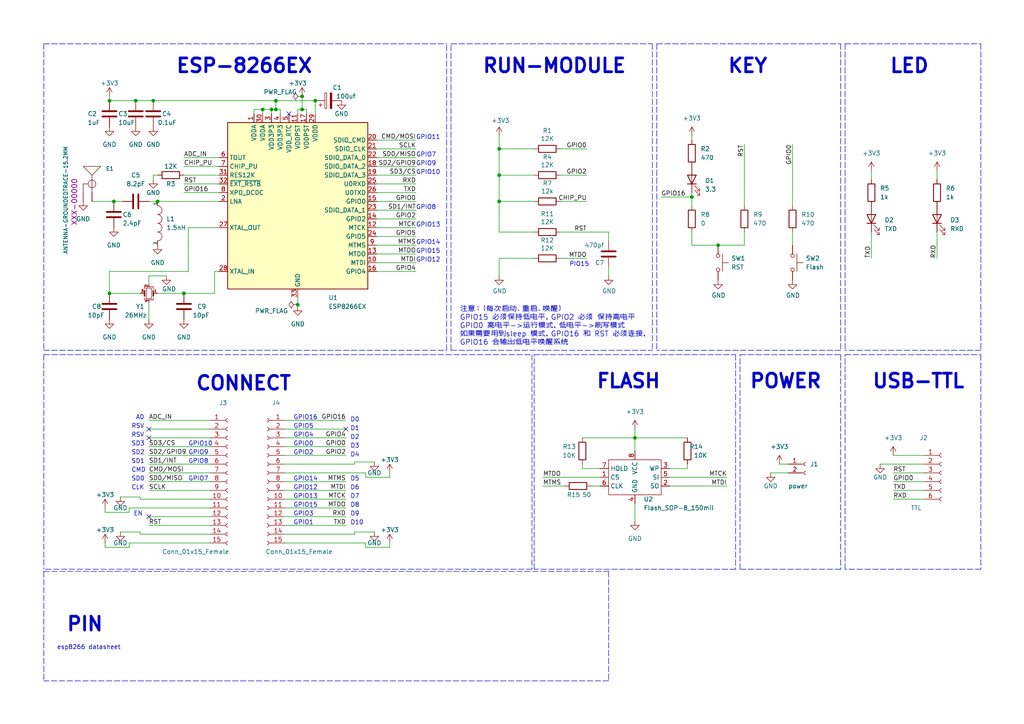
<source format=kicad_sch>
(kicad_sch (version 20211123) (generator eeschema)
  (paper "A4")
  (lib_symbols
    (symbol "Connector:Conn_01x02_Female" (pin_names (offset 1.016) hide)
      (property "Reference" "J" (at 0 2.54 0))
      (property "Value" "Conn_01x02_Female" (at 0 -5.08 0))
      (symbol "Conn_01x02_Female_1_1"
        (pin passive line (at -5.08 0 0) (length 3.81) (name "Pin_1") (number "1"))
        (pin passive line (at -5.08 -2.54 0) (length 3.81) (name "Pin_2") (number "2"))
      )
    )
    (symbol "Connector:Conn_01x06_Female" (pin_names (offset 1.016) hide)
      (property "Reference" "J" (at 0 7.62 0))
      (property "Value" "Conn_01x06_Female" (at 0 -10.16 0))
      (symbol "Conn_01x06_Female_1_1"
        (pin passive line (at -5.08 5.08 0) (length 3.81) (name "Pin_1") (number "1"))
        (pin passive line (at -5.08 2.54 0) (length 3.81) (name "Pin_2") (number "2"))
        (pin passive line (at -5.08 0 0) (length 3.81) (name "Pin_3") (number "3"))
        (pin passive line (at -5.08 -2.54 0) (length 3.81) (name "Pin_4") (number "4"))
        (pin passive line (at -5.08 -5.08 0) (length 3.81) (name "Pin_5") (number "5"))
        (pin passive line (at -5.08 -7.62 0) (length 3.81) (name "Pin_6") (number "6"))
      )
    )
    (symbol "Connector:Conn_01x15_Female" (pin_names (offset 1.016) hide)
      (property "Reference" "J" (at 0 20.32 0))
      (property "Value" "Conn_01x15_Female" (at 0 -20.32 0))
      (symbol "Conn_01x15_Female_1_1"
        (pin passive line (at -5.08 17.78 0) (length 3.81) (name "Pin_1") (number "1"))
        (pin passive line (at -5.08 -5.08 0) (length 3.81) (name "Pin_10") (number "10"))
        (pin passive line (at -5.08 -7.62 0) (length 3.81) (name "Pin_11") (number "11"))
        (pin passive line (at -5.08 -10.16 0) (length 3.81) (name "Pin_12") (number "12"))
        (pin passive line (at -5.08 -12.7 0) (length 3.81) (name "Pin_13") (number "13"))
        (pin passive line (at -5.08 -15.24 0) (length 3.81) (name "Pin_14") (number "14"))
        (pin passive line (at -5.08 -17.78 0) (length 3.81) (name "Pin_15") (number "15"))
        (pin passive line (at -5.08 15.24 0) (length 3.81) (name "Pin_2") (number "2"))
        (pin passive line (at -5.08 12.7 0) (length 3.81) (name "Pin_3") (number "3"))
        (pin passive line (at -5.08 10.16 0) (length 3.81) (name "Pin_4") (number "4"))
        (pin passive line (at -5.08 7.62 0) (length 3.81) (name "Pin_5") (number "5"))
        (pin passive line (at -5.08 5.08 0) (length 3.81) (name "Pin_6") (number "6"))
        (pin passive line (at -5.08 2.54 0) (length 3.81) (name "Pin_7") (number "7"))
        (pin passive line (at -5.08 0 0) (length 3.81) (name "Pin_8") (number "8"))
        (pin passive line (at -5.08 -2.54 0) (length 3.81) (name "Pin_9") (number "9"))
      )
    )
    (symbol "Device:C" (pin_numbers hide) (pin_names (offset 0.254))
      (property "Reference" "C" (at 0.635 2.54 0))
      (property "Value" "C" (at 0.635 -2.54 0))
      (symbol "C_1_1"
        (pin passive line (at 0 3.81 270) (length 2.794) (name "~") (number "1"))
        (pin passive line (at 0 -3.81 90) (length 2.794) (name "~") (number "2"))
      )
    )
    (symbol "Device:C_Polarized" (pin_numbers hide) (pin_names (offset 0.254))
      (property "Reference" "C" (at 0.635 2.54 0))
      (property "Value" "C_Polarized" (at 0.635 -2.54 0))
      (symbol "C_Polarized_1_1"
        (pin passive line (at 0 3.81 270) (length 2.794) (name "~") (number "1"))
        (pin passive line (at 0 -3.81 90) (length 2.794) (name "~") (number "2"))
      )
    )
    (symbol "Device:Crystal_GND24_Small" (pin_names (offset 1.016) hide)
      (property "Reference" "Y" (at 1.27 4.445 0))
      (property "Value" "Crystal_GND24_Small" (at 1.27 2.54 0))
      (symbol "Crystal_GND24_Small_1_1"
        (pin passive line (at -2.54 0 0) (length 1.27) (name "1") (number "1"))
        (pin passive line (at 0 -2.54 90) (length 0.635) (name "2") (number "2"))
        (pin passive line (at 2.54 0 180) (length 1.27) (name "3") (number "3"))
        (pin passive line (at 0 2.54 270) (length 0.635) (name "4") (number "4"))
      )
    )
    (symbol "Device:LED" (pin_numbers hide) (pin_names (offset 1.016) hide)
      (property "Reference" "D" (at 0 2.54 0))
      (property "Value" "LED" (at 0 -2.54 0))
      (symbol "LED_1_1"
        (pin passive line (at -3.81 0 0) (length 2.54) (name "K") (number "1"))
        (pin passive line (at 3.81 0 180) (length 2.54) (name "A") (number "2"))
      )
    )
    (symbol "Device:R" (pin_numbers hide) (pin_names (offset 0))
      (property "Reference" "R" (at 2.032 0 90))
      (property "Value" "R" (at 0 0 90))
      (symbol "R_1_1"
        (pin passive line (at 0 3.81 270) (length 1.27) (name "~") (number "1"))
        (pin passive line (at 0 -3.81 90) (length 1.27) (name "~") (number "2"))
      )
    )
    (symbol "MCU_Espressif:ESP8266EX"
      (property "Reference" "U" (at 0 2.54 0))
      (property "Value" "ESP8266EX" (at 0 -2.54 0))
      (symbol "ESP8266EX_1_1"
        (pin power_in line (at -12.7 25.4 270) (length 2.54) (name "VDDA") (number "1"))
        (pin bidirectional line (at 22.86 -17.78 180) (length 2.54) (name "MTDI") (number "10"))
        (pin power_in line (at 0 25.4 270) (length 2.54) (name "VDDPST") (number "11"))
        (pin bidirectional line (at 22.86 -7.62 180) (length 2.54) (name "MTCK") (number "12"))
        (pin bidirectional line (at 22.86 -15.24 180) (length 2.54) (name "MTDO") (number "13"))
        (pin bidirectional line (at 22.86 -5.08 180) (length 2.54) (name "GPIO2") (number "14"))
        (pin bidirectional line (at 22.86 0 180) (length 2.54) (name "GPIO0") (number "15"))
        (pin bidirectional line (at 22.86 -20.32 180) (length 2.54) (name "GPIO4") (number "16"))
        (pin power_in line (at 2.54 25.4 270) (length 2.54) (name "VDDPST") (number "17"))
        (pin bidirectional line (at 22.86 10.16 180) (length 2.54) (name "SDIO_DATA_2") (number "18"))
        (pin bidirectional line (at 22.86 7.62 180) (length 2.54) (name "SDIO_DATA_3") (number "19"))
        (pin bidirectional line (at -22.86 0 0) (length 2.54) (name "LNA") (number "2"))
        (pin bidirectional line (at 22.86 17.78 180) (length 2.54) (name "SDIO_CMD") (number "20"))
        (pin bidirectional line (at 22.86 15.24 180) (length 2.54) (name "SDIO_CLK") (number "21"))
        (pin bidirectional line (at 22.86 12.7 180) (length 2.54) (name "SDIO_DATA_0") (number "22"))
        (pin bidirectional line (at 22.86 -2.54 180) (length 2.54) (name "SDIO_DATA_1") (number "23"))
        (pin bidirectional line (at 22.86 -10.16 180) (length 2.54) (name "GPIO5") (number "24"))
        (pin bidirectional line (at 22.86 5.08 180) (length 2.54) (name "U0RXD") (number "25"))
        (pin bidirectional line (at 22.86 2.54 180) (length 2.54) (name "U0TXD") (number "26"))
        (pin bidirectional line (at -22.86 -7.62 0) (length 2.54) (name "XTAL_OUT") (number "27"))
        (pin bidirectional line (at -22.86 -20.32 0) (length 2.54) (name "XTAL_IN") (number "28"))
        (pin power_in line (at 5.08 25.4 270) (length 2.54) (name "VDDD") (number "29"))
        (pin power_in line (at -7.62 25.4 270) (length 2.54) (name "VDD3P3") (number "3"))
        (pin power_in line (at -10.16 25.4 270) (length 2.54) (name "VDDA") (number "30"))
        (pin input line (at -22.86 7.62 0) (length 2.54) (name "RES12K") (number "31"))
        (pin input line (at -22.86 5.08 0) (length 2.54) (name "~{EXT_RSTB}") (number "32"))
        (pin power_in line (at 0 -27.94 90) (length 2.54) (name "GND") (number "33"))
        (pin power_in line (at -5.08 25.4 270) (length 2.54) (name "VDD3P3") (number "4"))
        (pin power_in line (at -2.54 25.4 270) (length 2.54) (name "VDD_RTC") (number "5"))
        (pin input line (at -22.86 12.7 0) (length 2.54) (name "TOUT") (number "6"))
        (pin input line (at -22.86 10.16 0) (length 2.54) (name "CHIP_PU") (number "7"))
        (pin bidirectional line (at -22.86 2.54 0) (length 2.54) (name "XPD_DCDC") (number "8"))
        (pin bidirectional line (at 22.86 -12.7 180) (length 2.54) (name "MTMS") (number "9"))
      )
    )
    (symbol "My-lib:Flash_SOP-8_150mil"
      (property "Reference" "U" (at 0 -12.7 0))
      (property "Value" "Flash_SOP-8_150mil" (at 0 -15.24 0))
      (symbol "Flash_SOP-8_150mil_1_1"
        (pin bidirectional line (at -10.16 0 0) (length 2.54) (name "CS") (number "1"))
        (pin bidirectional line (at 10.16 -2.54 180) (length 2.54) (name "SO") (number "2"))
        (pin bidirectional line (at 10.16 2.54 180) (length 2.54) (name "WP") (number "3"))
        (pin bidirectional line (at 0 -7.62 90) (length 2.54) (name "GND") (number "4"))
        (pin bidirectional line (at 10.16 0 180) (length 2.54) (name "SI") (number "5"))
        (pin bidirectional line (at -10.16 -2.54 0) (length 2.54) (name "CLK") (number "6"))
        (pin bidirectional line (at -10.16 2.54 0) (length 2.54) (name "HOLD") (number "7"))
        (pin bidirectional line (at 0 7.62 270) (length 2.54) (name "VCC") (number "8"))
      )
    )
    (symbol "SparkFun-RF:ANTENNA-GROUNDEDTRACE-15.2MM" (pin_numbers hide) (pin_names (offset 1.016) hide)
      (property "Reference" "E" (at 3.81 -1.27 0))
      (property "Value" "ANTENNA-GROUNDEDTRACE-15.2MM" (at 3.81 -10.16 0))
      (property "Field4" "XXX-00000" (at 0 2.54 0))
      (symbol "ANTENNA-GROUNDEDTRACE-15.2MM_1_1"
        (pin bidirectional line (at 0 -10.16 90) (length 2.54) (name "SIGNAL") (number "ANT"))
        (pin bidirectional line (at 2.54 -10.16 90) (length 2.54) (name "GND") (number "GND"))
      )
    )
    (symbol "Switch:SW_Push" (pin_numbers hide) (pin_names (offset 1.016) hide)
      (property "Reference" "SW" (at 1.27 2.54 0))
      (property "Value" "SW_Push" (at 0 -1.524 0))
      (symbol "SW_Push_0_1"
        (pin passive line (at -5.08 0 0) (length 2.54) (name "1") (number "1"))
        (pin passive line (at 5.08 0 180) (length 2.54) (name "2") (number "2"))
      )
    )
    (symbol "power:+3.3V" (power) (pin_names (offset 0))
      (property "Value" "+3.3V" (at 0 3.556 0))
      (symbol "+3.3V_1_1"
        (pin power_in line (at 0 0 90) (length 0) hide (name "+3V3") (number "1"))
      )
    )
    (symbol "power:+3V3" (power) (pin_names (offset 0))
      (property "Value" "+3V3" (at 0 3.556 0))
      (symbol "+3V3_1_1"
        (pin power_in line (at 0 0 90) (length 0) hide (name "+3V3") (number "1"))
      )
    )
    (symbol "power:GND" (power) (pin_names (offset 0))
      (property "Value" "GND" (at 0 -3.81 0))
      (symbol "GND_1_1"
        (pin power_in line (at 0 0 270) (length 0) hide (name "GND") (number "1"))
      )
    )
    (symbol "power:PWR_FLAG" (power) (pin_numbers hide) (pin_names (offset 0) hide)
      (property "Value" "PWR_FLAG" (at 0 3.81 0))
      (symbol "PWR_FLAG_0_0"
        (pin power_out line (at 0 0 90) (length 0) (name "pwr") (number "1"))
      )
    )
    (symbol "pspice:INDUCTOR" (pin_numbers hide) (pin_names (offset 0))
      (property "Reference" "L" (at 0 2.54 0))
      (property "Value" "INDUCTOR" (at 0 -1.27 0))
      (symbol "INDUCTOR_1_1"
        (pin input line (at -6.35 0 0) (length 1.27) (name "1") (number "1"))
        (pin input line (at 6.35 0 180) (length 1.27) (name "2") (number "2"))
      )
    )
  )
  (junction (at 31.75 85.09))
  (junction (at 87.63 31.75))
  (junction (at 91.44 29.21))
  (junction (at 53.34 85.09))
  (junction (at 80.01 29.21))
  (junction (at 87.63 27.94))
  (junction (at 200.66 57.15))
  (junction (at 44.45 29.21))
  (junction (at 39.37 29.21))
  (junction (at 144.78 58.42))
  (junction (at 80.01 31.75))
  (junction (at 184.15 127))
  (junction (at 78.74 31.75))
  (junction (at 86.36 88.3792))
  (junction (at 76.2 31.75))
  (junction (at 45.72 58.42))
  (junction (at 144.78 50.8))
  (junction (at 144.78 43.18))
  (junction (at 31.75 29.21))
  (junction (at 208.28 71.12))
  (junction (at 33.02 58.42))
  (no_connect (at 43.18 127))
  (no_connect (at 43.18 124.46))
  (no_connect (at 100.33 124.46))
  (no_connect (at 43.18 149.86))
  (no_connect (at 83.82 33.02))
  (wire (pts (xy 215.9 41.91) (xy 215.9 59.69)))
  (wire (pts (xy 91.44 29.21) (xy 80.01 29.21)))
  (wire (pts (xy 76.2 31.75) (xy 76.2 33.02)))
  (wire (pts (xy 168.91 134.62) (xy 168.91 135.89)))
  (wire (pts (xy 37.465 157.48) (xy 37.465 158.75)))
  (wire (pts (xy 144.78 67.31) (xy 154.94 67.31)))
  (wire (pts (xy 82.55 124.46) (xy 100.33 124.46)))
  (wire (pts (xy 271.78 67.31) (xy 271.78 74.93)))
  (polyline (pts (xy 284.48 165.1) (xy 245.11 165.1)))
  (wire (pts (xy 43.18 127) (xy 60.96 127)))
  (wire (pts (xy 184.15 127) (xy 184.15 130.81)))
  (wire (pts (xy 200.66 57.15) (xy 200.66 59.69)))
  (wire (pts (xy 259.08 139.7) (xy 267.97 139.7)))
  (wire (pts (xy 259.08 142.24) (xy 267.97 142.24)))
  (wire (pts (xy 109.22 43.18) (xy 120.65 43.18)))
  (wire (pts (xy 162.56 74.93) (xy 170.18 74.93)))
  (polyline (pts (xy 130.81 12.7) (xy 189.23 12.7)))
  (wire (pts (xy 109.22 50.8) (xy 120.65 50.8)))
  (wire (pts (xy 162.56 67.31) (xy 176.53 67.31)))
  (wire (pts (xy 37.465 147.32) (xy 37.465 148.59)))
  (wire (pts (xy 102.87 134.62) (xy 102.87 133.985)))
  (polyline (pts (xy 129.54 101.6) (xy 129.54 12.7)))
  (wire (pts (xy 82.55 144.78) (xy 100.33 144.78)))
  (wire (pts (xy 229.87 71.12) (xy 229.87 67.31)))
  (wire (pts (xy 109.22 58.42) (xy 120.65 58.42)))
  (wire (pts (xy 30.48 147.32) (xy 30.48 148.59)))
  (wire (pts (xy 144.78 50.8) (xy 144.78 58.42)))
  (wire (pts (xy 82.55 121.92) (xy 100.33 121.92)))
  (polyline (pts (xy 214.63 102.87) (xy 243.84 102.87)))
  (wire (pts (xy 54.61 66.04) (xy 63.5 66.04)))
  (polyline (pts (xy 284.48 12.7) (xy 284.48 101.6)))
  (polyline (pts (xy 243.84 165.1) (xy 214.63 165.1)))
  (polyline (pts (xy 189.23 12.7) (xy 189.23 101.6)))
  (wire (pts (xy 109.22 40.64) (xy 120.65 40.64)))
  (wire (pts (xy 37.465 158.75) (xy 30.48 158.75)))
  (wire (pts (xy 109.22 68.58) (xy 120.65 68.58)))
  (polyline (pts (xy 213.36 102.87) (xy 213.36 165.1)))
  (wire (pts (xy 78.74 33.02) (xy 78.74 31.75)))
  (wire (pts (xy 200.66 71.12) (xy 208.28 71.12)))
  (wire (pts (xy 40.64 154.94) (xy 40.64 154.305)))
  (wire (pts (xy 54.61 78.74) (xy 54.61 66.04)))
  (wire (pts (xy 259.08 132.08) (xy 267.97 132.08)))
  (wire (pts (xy 80.01 29.21) (xy 80.01 31.75)))
  (wire (pts (xy 184.15 127) (xy 199.39 127)))
  (wire (pts (xy 184.15 124.46) (xy 184.15 127)))
  (wire (pts (xy 102.87 154.94) (xy 82.55 154.94)))
  (wire (pts (xy 199.39 135.89) (xy 199.39 134.62)))
  (wire (pts (xy 48.26 80.01) (xy 43.18 80.01)))
  (wire (pts (xy 37.465 148.59) (xy 30.48 148.59)))
  (wire (pts (xy 40.64 154.94) (xy 60.96 154.94)))
  (wire (pts (xy 39.37 29.21) (xy 44.45 29.21)))
  (wire (pts (xy 171.45 140.97) (xy 173.99 140.97)))
  (wire (pts (xy 63.5 78.74) (xy 62.23 78.74)))
  (wire (pts (xy 259.08 144.78) (xy 267.97 144.78)))
  (wire (pts (xy 106.045 157.48) (xy 106.045 158.75)))
  (wire (pts (xy 60.96 157.48) (xy 37.465 157.48)))
  (polyline (pts (xy 130.81 101.6) (xy 130.81 12.7)))
  (polyline (pts (xy 284.48 102.87) (xy 284.48 165.1)))
  (wire (pts (xy 43.18 149.86) (xy 60.96 149.86)))
  (polyline (pts (xy 12.7 165.735) (xy 176.53 165.735)))
  (wire (pts (xy 53.34 85.09) (xy 62.23 85.09)))
  (wire (pts (xy 43.18 132.08) (xy 60.96 132.08)))
  (wire (pts (xy 82.55 152.4) (xy 100.33 152.4)))
  (wire (pts (xy 53.34 55.88) (xy 63.5 55.88)))
  (wire (pts (xy 229.87 41.91) (xy 229.87 59.69)))
  (wire (pts (xy 82.55 157.48) (xy 106.045 157.48)))
  (wire (pts (xy 87.63 31.75) (xy 88.9 31.75)))
  (wire (pts (xy 40.64 144.78) (xy 60.96 144.78)))
  (wire (pts (xy 200.66 39.37) (xy 200.66 40.64)))
  (wire (pts (xy 43.18 80.01) (xy 43.18 82.55)))
  (wire (pts (xy 109.22 48.26) (xy 120.65 48.26)))
  (wire (pts (xy 88.9 31.75) (xy 88.9 33.02)))
  (polyline (pts (xy 176.53 165.735) (xy 176.53 197.485)))
  (wire (pts (xy 91.44 33.02) (xy 91.44 29.21)))
  (wire (pts (xy 43.18 129.54) (xy 60.96 129.54)))
  (wire (pts (xy 31.75 29.21) (xy 39.37 29.21)))
  (wire (pts (xy 86.36 31.75) (xy 87.63 31.75)))
  (wire (pts (xy 62.23 78.74) (xy 62.23 85.09)))
  (wire (pts (xy 73.66 31.75) (xy 76.2 31.75)))
  (wire (pts (xy 157.48 140.97) (xy 163.83 140.97)))
  (polyline (pts (xy 190.5 12.7) (xy 190.5 101.6)))
  (polyline (pts (xy 245.11 102.87) (xy 284.48 102.87)))
  (wire (pts (xy 144.78 43.18) (xy 154.94 43.18)))
  (wire (pts (xy 200.66 67.31) (xy 200.66 71.12)))
  (wire (pts (xy 102.87 154.305) (xy 108.585 154.305)))
  (wire (pts (xy 194.31 138.43) (xy 210.82 138.43)))
  (polyline (pts (xy 154.305 165.1) (xy 12.7 165.1)))
  (wire (pts (xy 109.22 55.88) (xy 120.65 55.88)))
  (wire (pts (xy 78.74 31.75) (xy 80.01 31.75)))
  (wire (pts (xy 43.18 134.62) (xy 60.96 134.62)))
  (wire (pts (xy 102.87 134.62) (xy 82.55 134.62)))
  (wire (pts (xy 43.18 121.92) (xy 60.96 121.92)))
  (wire (pts (xy 81.28 31.75) (xy 81.28 33.02)))
  (wire (pts (xy 82.55 147.32) (xy 100.33 147.32)))
  (wire (pts (xy 80.01 31.75) (xy 81.28 31.75)))
  (wire (pts (xy 82.55 129.54) (xy 100.33 129.54)))
  (wire (pts (xy 102.87 154.94) (xy 102.87 154.305)))
  (wire (pts (xy 252.73 49.53) (xy 252.73 52.07)))
  (wire (pts (xy 44.45 50.8) (xy 44.45 52.07)))
  (polyline (pts (xy 245.11 12.7) (xy 245.11 101.6)))
  (wire (pts (xy 162.56 58.42) (xy 170.18 58.42)))
  (wire (pts (xy 106.045 137.16) (xy 106.045 138.43)))
  (wire (pts (xy 40.64 154.305) (xy 34.925 154.305)))
  (wire (pts (xy 44.45 29.21) (xy 80.01 29.21)))
  (wire (pts (xy 144.78 74.93) (xy 144.78 80.01)))
  (wire (pts (xy 82.55 132.08) (xy 100.33 132.08)))
  (wire (pts (xy 31.75 78.74) (xy 31.75 85.09)))
  (wire (pts (xy 86.36 33.02) (xy 86.36 31.75)))
  (wire (pts (xy 162.56 43.18) (xy 170.18 43.18)))
  (wire (pts (xy 168.91 135.89) (xy 173.99 135.89)))
  (wire (pts (xy 40.64 144.78) (xy 40.64 144.145)))
  (wire (pts (xy 184.15 151.13) (xy 184.15 146.05)))
  (wire (pts (xy 82.55 149.86) (xy 100.33 149.86)))
  (polyline (pts (xy 190.5 12.7) (xy 243.84 12.7)))
  (wire (pts (xy 82.55 127) (xy 100.33 127)))
  (wire (pts (xy 82.55 142.24) (xy 100.33 142.24)))
  (polyline (pts (xy 130.81 101.6) (xy 189.23 101.6)))
  (polyline (pts (xy 176.53 197.485) (xy 12.7 197.485)))
  (wire (pts (xy 144.78 50.8) (xy 154.94 50.8)))
  (wire (pts (xy 176.53 67.31) (xy 176.53 69.85)))
  (polyline (pts (xy 12.7 165.735) (xy 12.7 197.485)))
  (polyline (pts (xy 12.7 12.7) (xy 12.7 101.6)))
  (wire (pts (xy 106.045 138.43) (xy 113.03 138.43)))
  (wire (pts (xy 86.36 86.36) (xy 86.36 88.3792)))
  (wire (pts (xy 194.31 140.97) (xy 210.82 140.97)))
  (wire (pts (xy 45.72 50.8) (xy 44.45 50.8)))
  (wire (pts (xy 176.53 77.47) (xy 176.53 80.01)))
  (wire (pts (xy 31.75 85.09) (xy 40.64 85.09)))
  (wire (pts (xy 144.78 58.42) (xy 154.94 58.42)))
  (wire (pts (xy 43.18 137.16) (xy 60.96 137.16)))
  (wire (pts (xy 53.34 45.72) (xy 63.5 45.72)))
  (wire (pts (xy 43.18 139.7) (xy 60.96 139.7)))
  (wire (pts (xy 259.08 137.16) (xy 267.97 137.16)))
  (wire (pts (xy 63.5 50.8) (xy 53.34 50.8)))
  (wire (pts (xy 102.87 133.985) (xy 108.585 133.985)))
  (polyline (pts (xy 213.36 165.1) (xy 154.94 165.1)))
  (polyline (pts (xy 214.63 165.1) (xy 214.63 102.87)))
  (wire (pts (xy 109.22 66.04) (xy 120.65 66.04)))
  (wire (pts (xy 86.36 88.3792) (xy 86.36 88.9)))
  (wire (pts (xy 73.66 31.75) (xy 73.66 33.02)))
  (wire (pts (xy 43.18 124.46) (xy 60.96 124.46)))
  (wire (pts (xy 45.72 58.42) (xy 63.5 58.42)))
  (wire (pts (xy 157.48 138.43) (xy 173.99 138.43)))
  (polyline (pts (xy 243.84 101.6) (xy 190.5 101.6)))
  (polyline (pts (xy 245.11 12.7) (xy 284.48 12.7)))
  (wire (pts (xy 30.48 157.48) (xy 30.48 158.75)))
  (wire (pts (xy 144.78 43.18) (xy 144.78 50.8)))
  (wire (pts (xy 53.34 53.34) (xy 63.5 53.34)))
  (wire (pts (xy 40.64 144.145) (xy 34.925 144.145)))
  (polyline (pts (xy 12.7 102.87) (xy 12.7 165.1)))
  (wire (pts (xy 43.18 142.24) (xy 60.96 142.24)))
  (wire (pts (xy 109.22 76.2) (xy 120.65 76.2)))
  (wire (pts (xy 109.22 73.66) (xy 120.65 73.66)))
  (wire (pts (xy 45.72 85.09) (xy 53.34 85.09)))
  (wire (pts (xy 144.78 74.93) (xy 154.94 74.93)))
  (polyline (pts (xy 12.7 101.6) (xy 129.54 101.6)))
  (polyline (pts (xy 243.84 102.87) (xy 243.84 165.1)))
  (wire (pts (xy 109.22 60.96) (xy 120.65 60.96)))
  (wire (pts (xy 215.9 67.31) (xy 215.9 71.12)))
  (wire (pts (xy 109.22 63.5) (xy 120.65 63.5)))
  (wire (pts (xy 162.56 50.8) (xy 170.18 50.8)))
  (wire (pts (xy 200.66 55.88) (xy 200.66 57.15)))
  (wire (pts (xy 194.31 135.89) (xy 199.39 135.89)))
  (wire (pts (xy 252.73 67.31) (xy 252.73 74.93)))
  (wire (pts (xy 223.52 137.16) (xy 228.6 137.16)))
  (wire (pts (xy 113.03 157.48) (xy 113.03 158.75)))
  (wire (pts (xy 109.22 45.72) (xy 120.65 45.72)))
  (polyline (pts (xy 284.48 101.6) (xy 245.11 101.6)))
  (wire (pts (xy 113.03 137.16) (xy 113.03 138.43)))
  (wire (pts (xy 168.91 127) (xy 184.15 127)))
  (wire (pts (xy 226.06 134.62) (xy 228.6 134.62)))
  (wire (pts (xy 43.18 92.71) (xy 43.18 87.63)))
  (wire (pts (xy 87.63 27.94) (xy 87.63 31.75)))
  (wire (pts (xy 76.2 31.75) (xy 78.74 31.75)))
  (wire (pts (xy 43.18 152.4) (xy 60.96 152.4)))
  (wire (pts (xy 26.67 58.42) (xy 33.02 58.42)))
  (polyline (pts (xy 154.305 102.87) (xy 154.305 165.1)))
  (wire (pts (xy 31.75 78.74) (xy 54.61 78.74)))
  (wire (pts (xy 191.77 57.15) (xy 200.66 57.15)))
  (polyline (pts (xy 245.11 165.1) (xy 245.11 102.87)))
  (wire (pts (xy 144.78 58.42) (xy 144.78 67.31)))
  (wire (pts (xy 215.9 71.12) (xy 208.28 71.12)))
  (wire (pts (xy 82.55 137.16) (xy 106.045 137.16)))
  (wire (pts (xy 271.78 49.53) (xy 271.78 52.07)))
  (wire (pts (xy 43.18 58.42) (xy 45.72 58.42)))
  (wire (pts (xy 106.045 158.75) (xy 113.03 158.75)))
  (wire (pts (xy 109.22 53.34) (xy 120.65 53.34)))
  (polyline (pts (xy 243.84 12.7) (xy 243.84 101.6)))
  (polyline (pts (xy 12.7 102.87) (xy 154.305 102.87)))
  (wire (pts (xy 109.22 71.12) (xy 120.65 71.12)))
  (wire (pts (xy 33.02 58.42) (xy 35.56 58.42)))
  (wire (pts (xy 82.55 139.7) (xy 100.33 139.7)))
  (wire (pts (xy 144.78 39.37) (xy 144.78 43.18)))
  (wire (pts (xy 255.27 134.62) (xy 267.97 134.62)))
  (wire (pts (xy 60.96 147.32) (xy 37.465 147.32)))
  (wire (pts (xy 109.22 78.74) (xy 120.65 78.74)))
  (wire (pts (xy 53.34 48.26) (xy 63.5 48.26)))
  (polyline (pts (xy 154.94 102.87) (xy 213.36 102.87)))
  (wire (pts (xy 31.75 27.94) (xy 31.75 29.21)))
  (polyline (pts (xy 154.94 165.1) (xy 154.94 102.87)))
  (polyline (pts (xy 12.7 12.7) (xy 129.54 12.7)))
  (text "GPIO0" (at 85.09 129.54 0) (effects (font (size 1.27 1.27)) (justify left bottom)))
  (text "GPIO13\n" (at 85.09 144.78 0) (effects (font (size 1.27 1.27)) (justify left bottom)))
  (text "GPIO12" (at 120.65 76.2 0) (effects (font (size 1.27 1.27)) (justify left bottom)))
  (text "GPIO11\n" (at 120.65 40.64 0) (effects (font (size 1.27 1.27)) (justify left bottom)))
  (text "USB-TTL" (at 252.73 113.03 0) (effects (font (size 4 4) (thickness 0.8) bold) (justify left bottom)))
  (text "RSV" (at 38.1 127 0) (effects (font (size 1.27 1.27)) (justify left bottom)))
  (text "GPIO7\n" (at 54.61 139.7 0) (effects (font (size 1.27 1.27)) (justify left bottom)))
  (text "CLK" (at 38.1 142.24 0) (effects (font (size 1.27 1.27)) (justify left bottom)))
  (text "管脚    名称             类型         GPIO         功能\n15      GPIO0           I/O          GPIO0        SPI_CS2\n26      U0TXD           I/O          GPIO1        可⽤作烧写 Flash 时 UART Tx；SPI_CS1\n14      GPIO2           I/O          GPIO2        可⽤作烧写 Flash 时 UART1_TX\n25      U0RXD           I/O          GPIO3        可⽤作烧写 Flash 时 UART Rx\n16      GPIO4           I/O          GPIO4\n24      GPIO5           I/O          GPIO5\n21      SDIO_CLK        I/O          GPIO6        连接到 SD_CLK（串联 200Ω）；SPI_CLK\n22      SDIO_DATA_0     I/O          GPIO7        连接到 SD_D0（串联 200Ω）；SPI_MSIO\n23      SDIO_DATA_1     I/O          GPIO8        连接到 SD_D1（串联 200Ω）；SPI_MOSI\n18      SDIO_DATA_2     I/O          GPIO9        连接到 SD_D2（串联 200Ω）；PIHD；HSPIHD\n19      SDIO_DATA_3     I/O          GPIO10       连接到 SD_D3（串联 200Ω）；SPIWP；HSPIWP\n20      SDIO_CMD        I/O          GPIO11       连接到 SD_CMD（串联 200Ω）；SPI_CS0\n10      MTDI            I/O          GPIO12       HSPI_MISO\n12      MTCK            I/O          GPIO13       HSPI_MOSI；UART0_CTS\n9       MTMS            I/O          GPIO14       HSPI_CLK\n13      MTDO            I/O          GPIO15       HSPI_CS；UART0_RTS\n8       XPD_DCDC        I/O          GPIO16       深度睡眠唤醒" (at 310.515 147.955 0) (effects (font (size 1.27 1.27)) (justify left bottom)))
  (text "GPIO10" (at 54.61 129.54 0) (effects (font (size 1.27 1.27)) (justify left bottom)))
  (text "D7\n" (at 101.6 144.78 0) (effects (font (size 1.27 1.27)) (justify left bottom)))
  (text "SD0" (at 38.1 139.7 0) (effects (font (size 1.27 1.27)) (justify left bottom)))
  (text "GPIO3" (at 85.09 149.86 0) (effects (font (size 1.27 1.27)) (justify left bottom)))
  (text "注意：（每次启动、重启、唤醒）\nGPIO15 必须保持低电平，GPIO2 必须 保持高电平\nGPIO0 高电平->运行模式，低电平->刷写模式\n如果需要用到sleep 模式，GPIO16 和 RST 必须连接，\nGPIO16 会输出低电平唤醒系统\n" (at 133.35 100.33 0) (effects (font (size 1.5 1.5)) (justify left bottom)))
  (text "D1" (at 101.6 125.095 0) (effects (font (size 1.27 1.27)) (justify left bottom)))
  (text "RSV" (at 38.1 124.46 0) (effects (font (size 1.27 1.27)) (justify left bottom)))
  (text "GPIO1" (at 85.09 152.4 0) (effects (font (size 1.27 1.27)) (justify left bottom)))
  (text "A0" (at 39.37 121.92 0) (effects (font (size 1.27 1.27)) (justify left bottom)))
  (text "GPIO10" (at 120.65 50.8 0) (effects (font (size 1.27 1.27)) (justify left bottom)))
  (text "GPIO8\n" (at 120.65 60.96 0) (effects (font (size 1.27 1.27)) (justify left bottom)))
  (text "GPIO13\n" (at 120.65 66.04 0) (effects (font (size 1.27 1.27)) (justify left bottom)))
  (text "POWER" (at 217.17 113.03 0) (effects (font (size 4 4) (thickness 0.8) bold) (justify left bottom)))
  (text "D5\n" (at 101.6 139.7 0) (effects (font (size 1.27 1.27)) (justify left bottom)))
  (text "D9" (at 101.6 149.86 0) (effects (font (size 1.27 1.27)) (justify left bottom)))
  (text "FLASH" (at 172.72 113.03 0) (effects (font (size 4 4) (thickness 0.8) bold) (justify left bottom)))
  (text "SD3" (at 38.1 129.54 0) (effects (font (size 1.27 1.27)) (justify left bottom)))
  (text "PIO15" (at 165.1 77.47 0) (effects (font (size 1.27 1.27)) (justify left bottom)))
  (text "GPIO14\n" (at 85.09 139.7 0) (effects (font (size 1.27 1.27)) (justify left bottom)))
  (text "RUN-MODULE" (at 139.7 21.59 0) (effects (font (size 4 4) (thickness 0.8) bold) (justify left bottom)))
  (text "CMD" (at 38.1 137.16 0) (effects (font (size 1.27 1.27)) (justify left bottom)))
  (text "D0\n" (at 101.6 122.555 0) (effects (font (size 1.27 1.27)) (justify left bottom)))
  (text "GPIO2" (at 85.09 132.08 0) (effects (font (size 1.27 1.27)) (justify left bottom)))
  (text "GPIO4" (at 85.09 127 0) (effects (font (size 1.27 1.27)) (justify left bottom)))
  (text "GPIO9\n" (at 120.65 48.26 0) (effects (font (size 1.27 1.27)) (justify left bottom)))
  (text "SD1" (at 38.1 134.62 0) (effects (font (size 1.27 1.27)) (justify left bottom)))
  (text "D4" (at 101.6 132.715 0) (effects (font (size 1.27 1.27)) (justify left bottom)))
  (text "D10\n" (at 101.6 152.4 0) (effects (font (size 1.27 1.27)) (justify left bottom)))
  (text "CONNECT" (at 56.515 113.665 0) (effects (font (size 4 4) (thickness 0.8) bold) (justify left bottom)))
  (text "D2" (at 101.6 127.635 0) (effects (font (size 1.27 1.27)) (justify left bottom)))
  (text "GPIO15" (at 85.09 147.32 0) (effects (font (size 1.27 1.27)) (justify left bottom)))
  (text "GPIO7\n" (at 120.65 45.72 0) (effects (font (size 1.27 1.27)) (justify left bottom)))
  (text "EN" (at 38.735 149.86 0) (effects (font (size 1.27 1.27)) (justify left bottom)))
  (text "ESP-8266EX" (at 50.8 21.59 0) (effects (font (size 4 4) (thickness 0.8) bold) (justify left bottom)))
  (text "D6" (at 101.6 142.24 0) (effects (font (size 1.27 1.27)) (justify left bottom)))
  (text "GPIO16" (at 85.09 121.92 0) (effects (font (size 1.27 1.27)) (justify left bottom)))
  (text "GPIO5" (at 85.09 124.46 0) (effects (font (size 1.27 1.27)) (justify left bottom)))
  (text "LED" (at 257.81 21.59 0) (effects (font (size 4 4) (thickness 0.8) bold) (justify left bottom)))
  (text "KEY" (at 210.82 21.59 0) (effects (font (size 4 4) (thickness 0.8) bold) (justify left bottom)))
  (text "PIN\n" (at 19.05 183.515 0) (effects (font (size 4 4) (thickness 0.8) bold) (justify left bottom)))
  (text "D3" (at 101.6 130.175 0) (effects (font (size 1.27 1.27)) (justify left bottom)))
  (text "GPIO15" (at 120.65 73.66 0) (effects (font (size 1.27 1.27)) (justify left bottom)))
  (text "D8" (at 101.6 147.32 0) (effects (font (size 1.27 1.27)) (justify left bottom)))
  (text "GPIO9\n" (at 54.61 132.08 0) (effects (font (size 1.27 1.27)) (justify left bottom)))
  (text "esp8266 datasheet" (at 16.51 188.595 0) (effects (font (size 1.27 1.27)) (justify left bottom)))
  (text "管脚     名称              类型      功能\n1        VDDA             P         模拟电源 2.5V ~ 3.6V\n2        LNA              I/O       射频天线接⼝，芯⽚输出阻抗为 39+j6 Ω。建议保留 π 型匹配⽹络对天线进⾏匹配。\n3        VDD3P3           P         功放电源 2.5V ~ 3.6V\n4        VDD3P3           P         功放电源 2.5V ~ 3.6V\n5        VDD_RTC          P         NC (1.1V)\n6        TOUT I           ADC       端⼝（注：芯⽚内部 ADC 端⼝），可⽤于检测 VDD3P3 (Pin3,Pin4) 电源电压和 TOUT (Pin6) 的输⼊电压（⼆者不可同时使⽤）。\n7        CHIP_PU          I         芯⽚使能端。⾼电平：有效，芯⽚正常⼯作；低电平：芯⽚关闭，电流很⼩\n8        XPD_DCDC         I/O       深度睡眠唤醒；GPIO16\n9        MTMS             I/O       GPIO14；HSPI_CLK\n10       MTDI             I/O       GPIO12；HSPI_MISO\n11       VDDPST           P         数字/IO 电源 (1.8V ~ 3.3V)\n12       MTCK             I/O       GPIO13；HSPI_MOSI；UART0_CTS\n13       MTDO             I/O       GPIO15；HSPI_CS；UART0_RTS\n14       GPIO2            I/O       可⽤作烧写 Flash 时 UART1_TX；GPIO2\n15       GPIO0            I/O       GPIO0；SPI_CS2\n16       GPIO4            I/O       GPIO4\n17       VDDPST           P         数字/IO 电源 (1.8V ~ 3.3V)\n18       SDIO_DATA_2      I/O       连接到 SD_D2（串联 200Ω）；PIHD；HSPIHD；GPIO9\n19       SDIO_DATA_3      I/O       连接到 SD_D3（串联 200Ω）；SPIWP；HSPIWP；GPIO10\n20       SDIO_CMD         I/O       连接到 SD_CMD（串联 200Ω）；SPI_CS0；GPIO11\n21       SDIO_CLK         I/O       连接到 SD_CLK（串联 200Ω）；SPI_CLK；GPIO6\n22       SDIO_DATA_0      I/O       连接到 SD_D0（串联 200Ω）；SPI_MSIO；GPIO7\n23       SDIO_DATA_1      I/O       连接到 SD_D1（串联 200Ω）；SPI_MOSI；GPIO8\n24       GPIO5            I/O       GPIO5\n25       U0RXD            I/O       可⽤作烧写 Flash 时 UART Rx；GPIO3\n26       U0TXD            I/O       可⽤作烧写 Flash 时 UART Tx；GPIO1；SPI_CS1\n27       XTAL_OUT         I/O       连接晶振输出端，也可⽤于提供 BT 的时钟输⼊\n28       XTAL_IN          I/O       连接晶振输⼊端\n29       VDDD             P         模拟电源 2.5V ~ 3.6V\n30       VDDA             P         模拟电源 2.5V ~ 3.6V\n31       RES12K           I         串联 12 kΩ 电阻到地\n32       EXT_RSTB         I         外部重置信号（低电平有效）\n" (at 310.515 99.06 0) (effects (font (size 1.27 1.27)) (justify left bottom)))
  (text "SD2" (at 38.1 132.08 0) (effects (font (size 1.27 1.27)) (justify left bottom)))
  (text "GPIO12" (at 85.09 142.24 0) (effects (font (size 1.27 1.27)) (justify left bottom)))
  (text "GPIO8\n" (at 54.61 134.62 0) (effects (font (size 1.27 1.27)) (justify left bottom)))
  (text "GPIO14" (at 120.65 71.12 0) (effects (font (size 1.27 1.27)) (justify left bottom)))
  (label "SD0{slash}MISO" (at 120.65 45.72 180))
  (label "TXD" (at 100.33 152.4 180))
  (label "GPIO5" (at 120.65 68.58 180))
  (label "CMD{slash}MOSI" (at 43.18 137.16 0))
  (label "SD3{slash}CS" (at 120.65 50.8 180))
  (label "MTMS" (at 120.65 71.12 180))
  (label "GPIO2" (at 100.33 132.08 180))
  (label "MTCK" (at 100.33 144.78 180))
  (label "RXD" (at 120.65 53.34 180))
  (label "RST" (at 170.18 67.31 180))
  (label "CHIP_PU" (at 53.34 48.26 0))
  (label "RST" (at 43.18 152.4 0))
  (label "MTDI" (at 100.33 142.24 180))
  (label "GPIO0" (at 170.18 43.18 180))
  (label "RXD" (at 259.08 144.78 0))
  (label "RST" (at 259.08 137.16 0))
  (label "MTMS" (at 157.48 140.97 0))
  (label "SD1{slash}INT" (at 120.65 60.96 180))
  (label "RST" (at 53.34 53.34 0))
  (label "TXD" (at 120.65 55.88 180))
  (label "GPIO0" (at 120.65 58.42 180))
  (label "GPIO16" (at 100.33 121.92 180))
  (label "RST" (at 215.9 41.91 270))
  (label "MTMS" (at 100.33 139.7 180))
  (label "MTDO" (at 120.65 73.66 180))
  (label "MTDO" (at 157.48 138.43 0))
  (label "SCLK" (at 43.18 142.24 0))
  (label "RXD" (at 100.33 149.86 180))
  (label "SD2{slash}GPIO9" (at 120.65 48.26 180))
  (label "GPIO0" (at 100.33 129.54 180))
  (label "MTDI" (at 210.82 140.97 180))
  (label "GPIO16" (at 191.77 57.15 0))
  (label "MTDO" (at 100.33 147.32 180))
  (label "MTDI" (at 120.65 76.2 180))
  (label "GPIO0" (at 259.08 139.7 0))
  (label "MTDO" (at 170.18 74.93 180))
  (label "MTCK" (at 210.82 138.43 180))
  (label "GPIO2" (at 120.65 63.5 180))
  (label "ADC_IN" (at 43.18 121.92 0))
  (label "GPIO2" (at 170.18 50.8 180))
  (label "TXD" (at 259.08 142.24 0))
  (label "ADC_IN" (at 53.34 45.72 0))
  (label "SD3{slash}CS" (at 43.18 129.54 0))
  (label "GPIO4" (at 100.33 127 180))
  (label "CHIP_PU" (at 170.18 58.42 180))
  (label "TXD" (at 252.73 74.93 90))
  (label "GPIO4" (at 120.65 78.74 180))
  (label "SD0{slash}MISO" (at 43.18 139.7 0))
  (label "GPIO0" (at 229.87 41.91 270))
  (label "CMD{slash}MOSI" (at 120.65 40.64 180))
  (label "MTCK" (at 120.65 66.04 180))
  (label "SD2{slash}GPIO9" (at 43.18 132.08 0))
  (label "SD1{slash}INT" (at 43.18 134.62 0))
  (label "SCLK" (at 120.65 43.18 180))
  (label "RXD" (at 271.78 74.93 90))
  (label "GPIO16" (at 53.34 55.88 0))
  (symbol (lib_id "power:GND") (at 33.02 66.04 0) (unit 1)
    (property "Reference" "#PWR013" (effects hide))
    (property "Value" "GND" (at 33.02 71.12 0))
  )
  (symbol (lib_id "power:GND") (at 176.53 80.01 0) (unit 1)
    (property "Reference" "#PWR017" (effects hide))
    (property "Value" "GND" (at 176.657 84.4042 0))
  )
  (symbol (lib_id "pspice:INDUCTOR") (at 45.72 64.77 270) (unit 1)
    (property "Reference" "L1" (at 48.26 63.4999 90) (effects (justify left)))
    (property "Value" "1.5nH" (at 48.26 66.0399 90) (effects (justify left)))
    (property "Footprint" "Inductor_SMD:L_0402_1005Metric" (effects hide))
  )
  (symbol (lib_id "Device:R") (at 168.91 130.81 180) (unit 1)
    (property "Reference" "R13" (at 165.1 129.54 0))
    (property "Value" "10K" (at 165.1 132.08 0))
    (property "Footprint" "Resistor_SMD:R_0402_1005Metric" (effects hide))
  )
  (symbol (lib_id "power:+3.3V") (at 113.03 157.48 0) (mirror y) (unit 1)
    (property "Reference" "#PWR037" (effects hide))
    (property "Value" "+3.3V" (at 113.03 153.67 0))
  )
  (symbol (lib_id "power:GND") (at 43.18 92.71 0) (unit 1)
    (property "Reference" "#PWR022" (effects hide))
    (property "Value" "GND" (at 43.18 97.79 0))
  )
  (symbol (lib_id "power:GND") (at 144.78 80.01 0) (unit 1)
    (property "Reference" "#PWR016" (effects hide))
    (property "Value" "GND" (at 144.907 84.4042 0))
  )
  (symbol (lib_id "MCU_Espressif:ESP8266EX") (at 86.36 58.42 0) (unit 1)
    (property "Reference" "U1" (at 95.25 86.36 0) (effects (justify left)))
    (property "Value" "ESP8266EX" (at 95.25 88.9 0) (effects (justify left)))
    (property "Footprint" "Package_DFN_QFN:QFN-32-1EP_5x5mm_P0.5mm_EP3.45x3.45mm" (effects hide))
    (property "Datasheet" "http://espressif.com/sites/default/files/documentation/0a-esp8266ex_datasheet_en.pdf" (effects hide))
  )
  (symbol (lib_id "Device:C") (at 176.53 73.66 180) (unit 1)
    (property "Reference" "C7" (at 175.26 76.2 0) (effects (justify left)))
    (property "Value" "470pf" (at 175.26 71.12 0) (effects (justify left)))
    (property "Footprint" "Capacitor_SMD:C_0402_1005Metric" (effects hide))
  )
  (symbol (lib_id "power:+3.3V") (at 30.48 147.32 0) (unit 1)
    (property "Reference" "#PWR032" (effects hide))
    (property "Value" "+3.3V" (at 30.48 143.51 0))
  )
  (symbol (lib_id "power:GND") (at 34.925 144.145 0) (unit 1)
    (property "Reference" "#PWR031" (effects hide))
    (property "Value" "GND" (at 34.925 147.32 0))
  )
  (symbol (lib_id "power:GND") (at 108.585 133.985 0) (mirror y) (unit 1)
    (property "Reference" "#PWR026" (effects hide))
    (property "Value" "GND" (at 108.585 137.16 0))
  )
  (symbol (lib_id "Device:R") (at 271.78 55.88 0) (unit 1)
    (property "Reference" "R6" (at 274.32 54.6099 0) (effects (justify left)))
    (property "Value" "1k" (at 274.32 57.1499 0) (effects (justify left)))
    (property "Footprint" "Resistor_SMD:R_0402_1005Metric" (effects hide))
  )
  (symbol (lib_id "SparkFun-RF:ANTENNA-GROUNDEDTRACE-15.2MM") (at 26.67 48.26 0) (mirror y) (unit 1)
    (property "Reference" "E1" (at 33.02 48.895 0) (effects (font (size 1.143 1.143)) (justify left)))
    (property "Value" "ANTENNA-GROUNDEDTRACE-15.2MM" (at 19.05 73.66 90) (effects (font (size 1.143 1.143)) (justify left)))
    (property "Footprint" "My-lib-footprints:RF_2.4GHZ_15.2MM" (effects hide))
    (property "Field4" "XXX-00000" (at 21.59 65.405 90) (effects (font (size 1.524 1.524)) (justify left)))
  )
  (symbol (lib_id "Device:C") (at 31.75 33.02 180) (unit 1)
    (property "Reference" "C2" (at 25.4 33.02 0) (effects (justify right)))
    (property "Value" "1uF" (at 25.4 35.56 0) (effects (justify right)))
    (property "Footprint" "Capacitor_SMD:C_0402_1005Metric" (effects hide))
  )
  (symbol (lib_id "Switch:SW_Push") (at 208.28 76.2 270) (unit 1)
    (property "Reference" "SW1" (at 212.09 74.9299 90) (effects (justify left)))
    (property "Value" "RST" (at 212.09 77.4699 90) (effects (justify left)))
    (property "Footprint" "My-lib:Button_SMD,3x4x2mm" (effects hide))
  )
  (symbol (lib_id "Device:LED") (at 252.73 63.5 90) (unit 1)
    (property "Reference" "D2" (at 256.54 63.8174 90) (effects (justify right)))
    (property "Value" "TXD" (at 256.54 66.3574 90) (effects (justify right)))
    (property "Footprint" "LED_SMD:LED_0402_1005Metric" (effects hide))
  )
  (symbol (lib_id "power:GND") (at 48.26 80.01 0) (unit 1)
    (property "Reference" "#PWR015" (effects hide))
    (property "Value" "GND" (at 46.99 83.82 0) (effects (justify left)))
  )
  (symbol (lib_id "Device:R") (at 158.75 43.18 270) (unit 1)
    (property "Reference" "R1" (at 158.75 37.9222 90))
    (property "Value" "12K" (at 158.75 40.2336 90))
    (property "Footprint" "Resistor_SMD:R_0402_1005Metric" (effects hide))
  )
  (symbol (lib_id "Device:C_Polarized") (at 95.25 29.21 90) (unit 1)
    (property "Reference" "C1" (at 97.79 25.4 90))
    (property "Value" "100uf" (at 100.33 27.94 90))
    (property "Footprint" "lc_lib:CASE-B_3528" (effects hide))
  )
  (symbol (lib_id "Device:LED") (at 271.78 63.5 90) (unit 1)
    (property "Reference" "D3" (at 275.59 63.8174 90) (effects (justify right)))
    (property "Value" "RXD" (at 275.59 66.3574 90) (effects (justify right)))
    (property "Footprint" "LED_SMD:LED_0402_1005Metric" (effects hide))
  )
  (symbol (lib_id "Device:R") (at 167.64 140.97 270) (unit 1)
    (property "Reference" "R15" (at 166.37 143.51 90))
    (property "Value" "50" (at 170.18 143.51 90))
    (property "Footprint" "Resistor_SMD:R_0402_1005Metric" (effects hide))
  )
  (symbol (lib_id "power:GND") (at 229.87 81.28 0) (unit 1)
    (property "Reference" "#PWR019" (effects hide))
    (property "Value" "GND" (at 229.997 85.6742 0))
  )
  (symbol (lib_id "power:GND") (at 31.75 36.83 0) (unit 1)
    (property "Reference" "#PWR04" (effects hide))
    (property "Value" "GND" (at 31.75 41.91 0))
  )
  (symbol (lib_id "power:PWR_FLAG") (at 86.36 88.3792 90) (unit 1)
    (property "Reference" "#FLG02" (effects hide))
    (property "Value" "PWR_FLAG" (at 78.74 90.17 90))
  )
  (symbol (lib_id "power:GND") (at 39.37 36.83 0) (unit 1)
    (property "Reference" "#PWR05" (effects hide))
    (property "Value" "GND" (at 39.37 41.91 0))
  )
  (symbol (lib_id "Connector:Conn_01x02_Female") (at 233.68 134.62 0) (unit 1)
    (property "Reference" "J1" (at 234.95 134.6199 0) (effects (justify left)))
    (property "Value" "power" (at 228.6 140.97 0) (effects (justify left)))
    (property "Footprint" "Connector_PinHeader_2.54mm:PinHeader_1x02_P2.54mm_Vertical" (effects hide))
  )
  (symbol (lib_id "Device:LED") (at 200.66 52.07 90) (unit 1)
    (property "Reference" "D1" (at 204.47 52.3874 90) (effects (justify right)))
    (property "Value" "3.3" (at 204.47 54.9274 90) (effects (justify right)))
    (property "Footprint" "LED_SMD:LED_0402_1005Metric" (effects hide))
  )
  (symbol (lib_id "Device:R") (at 158.75 74.93 270) (unit 1)
    (property "Reference" "R12" (at 158.75 69.6722 90))
    (property "Value" "12K" (at 158.75 71.9836 90))
    (property "Footprint" "Resistor_SMD:R_0402_1005Metric" (effects hide))
  )
  (symbol (lib_id "My-lib:Flash_SOP-8_150mil") (at 184.15 138.43 0) (unit 1)
    (property "Reference" "U2" (at 186.69 144.78 0) (effects (justify left)))
    (property "Value" "Flash_SOP-8_150mil" (at 186.69 147.32 0) (effects (justify left)))
    (property "Footprint" "lc_lib:SOP-8_150MIL" (effects hide))
  )
  (symbol (lib_id "power:GND") (at 208.28 81.28 0) (unit 1)
    (property "Reference" "#PWR018" (effects hide))
    (property "Value" "GND" (at 208.407 85.6742 0))
  )
  (symbol (lib_id "power:+3V3") (at 226.06 134.62 0) (unit 1)
    (property "Reference" "#PWR027" (effects hide))
    (property "Value" "+3V3" (at 226.06 129.54 0))
  )
  (symbol (lib_id "power:GND") (at 31.75 92.71 0) (unit 1)
    (property "Reference" "#PWR021" (effects hide))
    (property "Value" "GND" (at 31.75 97.79 0))
  )
  (symbol (lib_id "Device:R") (at 200.66 44.45 0) (unit 1)
    (property "Reference" "R2" (at 203.2 43.1799 0) (effects (justify left)))
    (property "Value" "470" (at 203.2 45.7199 0) (effects (justify left)))
    (property "Footprint" "Resistor_SMD:R_0402_1005Metric" (effects hide))
  )
  (symbol (lib_id "power:+3V3") (at 259.08 132.08 0) (unit 1)
    (property "Reference" "#PWR025" (effects hide))
    (property "Value" "+3V3" (at 259.08 127 0))
  )
  (symbol (lib_id "Connector:Conn_01x15_Female") (at 77.47 139.7 0) (mirror y) (unit 1)
    (property "Reference" "J4" (at 81.28 116.84 0) (effects (justify left)))
    (property "Value" "Conn_01x15_Female" (at 96.52 160.02 0) (effects (justify left)))
    (property "Footprint" "Connector_PinHeader_2.54mm:PinHeader_1x15_P2.54mm_Vertical" (effects hide))
  )
  (symbol (lib_id "Device:R") (at 199.39 130.81 180) (unit 1)
    (property "Reference" "R14" (at 201.93 129.54 0))
    (property "Value" "10K" (at 203.2 132.08 0))
    (property "Footprint" "Resistor_SMD:R_0402_1005Metric" (effects hide))
  )
  (symbol (lib_id "power:GND") (at 108.585 154.305 0) (mirror y) (unit 1)
    (property "Reference" "#PWR035" (effects hide))
    (property "Value" "GND" (at 108.585 157.48 0))
  )
  (symbol (lib_id "power:+3.3V") (at 184.15 124.46 0) (unit 1)
    (property "Reference" "#PWR024" (effects hide))
    (property "Value" "+3.3V" (at 184.15 119.38 0))
  )
  (symbol (lib_id "power:+3V3") (at 252.73 49.53 0) (unit 1)
    (property "Reference" "#PWR09" (effects hide))
    (property "Value" "+3V3" (at 252.73 44.45 0))
  )
  (symbol (lib_id "Connector:Conn_01x15_Female") (at 66.04 139.7 0) (unit 1)
    (property "Reference" "J3" (at 63.5 116.84 0) (effects (justify left)))
    (property "Value" "Conn_01x15_Female" (at 46.99 160.02 0) (effects (justify left)))
    (property "Footprint" "Connector_PinHeader_2.54mm:PinHeader_1x15_P2.54mm_Vertical" (effects hide))
  )
  (symbol (lib_id "power:GND") (at 53.34 92.71 0) (unit 1)
    (property "Reference" "#PWR023" (effects hide))
    (property "Value" "GND" (at 53.34 97.79 0))
  )
  (symbol (lib_id "power:GND") (at 184.15 151.13 0) (unit 1)
    (property "Reference" "#PWR033" (effects hide))
    (property "Value" "GND" (at 184.15 156.21 0))
  )
  (symbol (lib_id "Device:C") (at 39.37 33.02 180) (unit 1)
    (property "Reference" "C3" (at 34.29 33.02 0) (effects (justify right)))
    (property "Value" "10uF" (at 34.29 35.56 0) (effects (justify right)))
    (property "Footprint" "Capacitor_SMD:C_0402_1005Metric" (effects hide))
  )
  (symbol (lib_id "power:GND") (at 99.06 29.21 0) (unit 1)
    (property "Reference" "#PWR03" (effects hide))
    (property "Value" "GND" (at 99.06 33.02 0))
  )
  (symbol (lib_id "Device:C") (at 31.75 88.9 180) (unit 1)
    (property "Reference" "C8" (at 26.67 88.9 0) (effects (justify right)))
    (property "Value" "10pF" (at 25.4 91.44 0) (effects (justify right)))
    (property "Footprint" "Capacitor_SMD:C_0402_1005Metric" (effects hide))
  )
  (symbol (lib_id "power:GND") (at 45.72 71.12 0) (unit 1)
    (property "Reference" "#PWR014" (effects hide))
    (property "Value" "GND" (at 45.72 76.2 0))
  )
  (symbol (lib_id "power:+3.3V") (at 113.03 137.16 0) (mirror y) (unit 1)
    (property "Reference" "#PWR029" (effects hide))
    (property "Value" "+3.3V" (at 113.03 133.35 0))
  )
  (symbol (lib_id "power:+3.3V") (at 31.75 27.94 0) (unit 1)
    (property "Reference" "#PWR01" (effects hide))
    (property "Value" "+3.3V" (at 31.75 24.13 0))
  )
  (symbol (lib_id "power:GND") (at 44.45 52.07 0) (unit 1)
    (property "Reference" "#PWR011" (effects hide))
    (property "Value" "GND" (at 44.45 55.88 0))
  )
  (symbol (lib_id "power:GND") (at 24.13 58.42 0) (unit 1)
    (property "Reference" "#PWR012" (effects hide))
    (property "Value" "GND" (at 24.13 63.5 0))
  )
  (symbol (lib_id "Device:R") (at 229.87 63.5 0) (unit 1)
    (property "Reference" "R10" (at 232.41 62.2299 0) (effects (justify left)))
    (property "Value" "470" (at 232.41 64.7699 0) (effects (justify left)))
    (property "Footprint" "Resistor_SMD:R_0402_1005Metric" (effects hide))
  )
  (symbol (lib_id "Device:R") (at 215.9 63.5 0) (unit 1)
    (property "Reference" "R9" (at 218.44 62.2299 0) (effects (justify left)))
    (property "Value" "470" (at 218.44 64.7699 0) (effects (justify left)))
    (property "Footprint" "Resistor_SMD:R_0402_1005Metric" (effects hide))
  )
  (symbol (lib_id "power:+3V3") (at 200.66 39.37 0) (unit 1)
    (property "Reference" "#PWR08" (effects hide))
    (property "Value" "+3V3" (at 200.66 34.29 0))
  )
  (symbol (lib_id "power:+3.3V") (at 30.48 157.48 0) (unit 1)
    (property "Reference" "#PWR036" (effects hide))
    (property "Value" "+3.3V" (at 30.48 153.67 0))
  )
  (symbol (lib_id "Switch:SW_Push") (at 229.87 76.2 270) (unit 1)
    (property "Reference" "SW2" (at 233.68 74.9299 90) (effects (justify left)))
    (property "Value" "Flash" (at 233.68 77.4699 90) (effects (justify left)))
    (property "Footprint" "My-lib:Button_SMD,3x4x2mm" (effects hide))
  )
  (symbol (lib_id "power:PWR_FLAG") (at 87.63 27.94 90) (unit 1)
    (property "Reference" "#FLG01" (effects hide))
    (property "Value" "PWR_FLAG" (at 81.28 26.67 90))
  )
  (symbol (lib_id "Device:R") (at 200.66 63.5 0) (unit 1)
    (property "Reference" "R8" (at 203.2 62.2299 0) (effects (justify left)))
    (property "Value" "0" (at 203.2 64.7699 0) (effects (justify left)))
    (property "Footprint" "Resistor_SMD:R_0402_1005Metric" (effects hide))
  )
  (symbol (lib_id "power:GND") (at 86.36 88.9 0) (unit 1)
    (property "Reference" "#PWR020" (effects hide))
    (property "Value" "GND" (at 86.36 93.98 0))
  )
  (symbol (lib_id "Device:C") (at 44.45 33.02 180) (unit 1)
    (property "Reference" "C4" (at 46.99 33.02 0) (effects (justify right)))
    (property "Value" "0.1uF" (at 45.72 35.56 0) (effects (justify right)))
    (property "Footprint" "Capacitor_SMD:C_0402_1005Metric" (effects hide))
  )
  (symbol (lib_id "Device:R") (at 49.53 50.8 90) (unit 1)
    (property "Reference" "R3" (at 49.53 53.34 90))
    (property "Value" "12K" (at 49.53 48.26 90))
    (property "Footprint" "Resistor_SMD:R_0402_1005Metric" (effects hide))
  )
  (symbol (lib_id "Device:R") (at 158.75 50.8 270) (unit 1)
    (property "Reference" "R4" (at 158.75 45.5422 90))
    (property "Value" "12K" (at 158.75 47.8536 90))
    (property "Footprint" "Resistor_SMD:R_0402_1005Metric" (effects hide))
  )
  (symbol (lib_id "Device:C") (at 53.34 88.9 180) (unit 1)
    (property "Reference" "C9" (at 57.15 88.9 0) (effects (justify right)))
    (property "Value" "10pF" (at 55.88 91.44 0) (effects (justify right)))
    (property "Footprint" "Capacitor_SMD:C_0402_1005Metric" (effects hide))
  )
  (symbol (lib_id "power:GND") (at 44.45 36.83 0) (unit 1)
    (property "Reference" "#PWR06" (effects hide))
    (property "Value" "GND" (at 44.45 41.91 0))
  )
  (symbol (lib_id "Device:R") (at 158.75 67.31 270) (unit 1)
    (property "Reference" "R11" (at 158.75 62.0522 90))
    (property "Value" "12K" (at 158.75 64.3636 90))
    (property "Footprint" "Resistor_SMD:R_0402_1005Metric" (effects hide))
  )
  (symbol (lib_id "power:+3V3") (at 271.78 49.53 0) (unit 1)
    (property "Reference" "#PWR010" (effects hide))
    (property "Value" "+3V3" (at 271.78 44.45 0))
  )
  (symbol (lib_id "Device:C") (at 39.37 58.42 90) (unit 1)
    (property "Reference" "C5" (at 39.37 50.8 90))
    (property "Value" "8.2pF" (at 39.37 53.34 90))
    (property "Footprint" "Capacitor_SMD:C_0402_1005Metric" (effects hide))
  )
  (symbol (lib_id "Device:C") (at 33.02 62.23 180) (unit 1)
    (property "Reference" "C6" (at 35.56 62.23 0) (effects (justify right)))
    (property "Value" "2.4pF" (at 35.56 64.77 0) (effects (justify right)))
    (property "Footprint" "Capacitor_SMD:C_0402_1005Metric" (effects hide))
  )
  (symbol (lib_id "Device:R") (at 158.75 58.42 270) (unit 1)
    (property "Reference" "R7" (at 158.75 53.1622 90))
    (property "Value" "12k" (at 158.75 55.4736 90))
    (property "Footprint" "Resistor_SMD:R_0402_1005Metric" (effects hide))
  )
  (symbol (lib_id "power:+3V3") (at 144.78 39.37 0) (unit 1)
    (property "Reference" "#PWR07" (effects hide))
    (property "Value" "+3V3" (at 145.161 34.9758 0))
  )
  (symbol (lib_id "Device:R") (at 252.73 55.88 0) (unit 1)
    (property "Reference" "R5" (at 255.27 54.6099 0) (effects (justify left)))
    (property "Value" "1k" (at 255.27 57.1499 0) (effects (justify left)))
    (property "Footprint" "Resistor_SMD:R_0402_1005Metric" (effects hide))
  )
  (symbol (lib_id "Connector:Conn_01x06_Female") (at 273.05 137.16 0) (unit 1)
    (property "Reference" "J2" (at 266.7 127 0) (effects (justify left)))
    (property "Value" "TTL" (at 264.16 147.32 0) (effects (justify left)))
    (property "Footprint" "Connector_PinHeader_1.27mm:PinHeader_1x06_P1.27mm_Vertical" (effects hide))
  )
  (symbol (lib_id "power:GND") (at 34.925 154.305 0) (unit 1)
    (property "Reference" "#PWR034" (effects hide))
    (property "Value" "GND" (at 34.925 157.48 0))
  )
  (symbol (lib_id "Device:Crystal_GND24_Small") (at 43.18 85.09 180) (unit 1)
    (property "Reference" "Y1" (at 40.64 88.9 0))
    (property "Value" "26MHz" (at 39.37 91.44 0))
    (property "Footprint" "lc_lib:SMD-3225_4P" (effects hide))
  )
  (symbol (lib_id "power:GND") (at 223.52 137.16 0) (mirror y) (unit 1)
    (property "Reference" "#PWR030" (effects hide))
    (property "Value" "GND" (at 223.52 140.97 0))
  )
  (symbol (lib_id "power:+3.3V") (at 87.63 27.94 0) (unit 1)
    (property "Reference" "#PWR02" (effects hide))
    (property "Value" "+3.3V" (at 86.36 24.13 0))
  )
  (symbol (lib_id "power:GND") (at 255.27 134.62 0) (mirror y) (unit 1)
    (property "Reference" "#PWR028" (effects hide))
    (property "Value" "GND" (at 255.27 138.43 0))
  )
)
</source>
